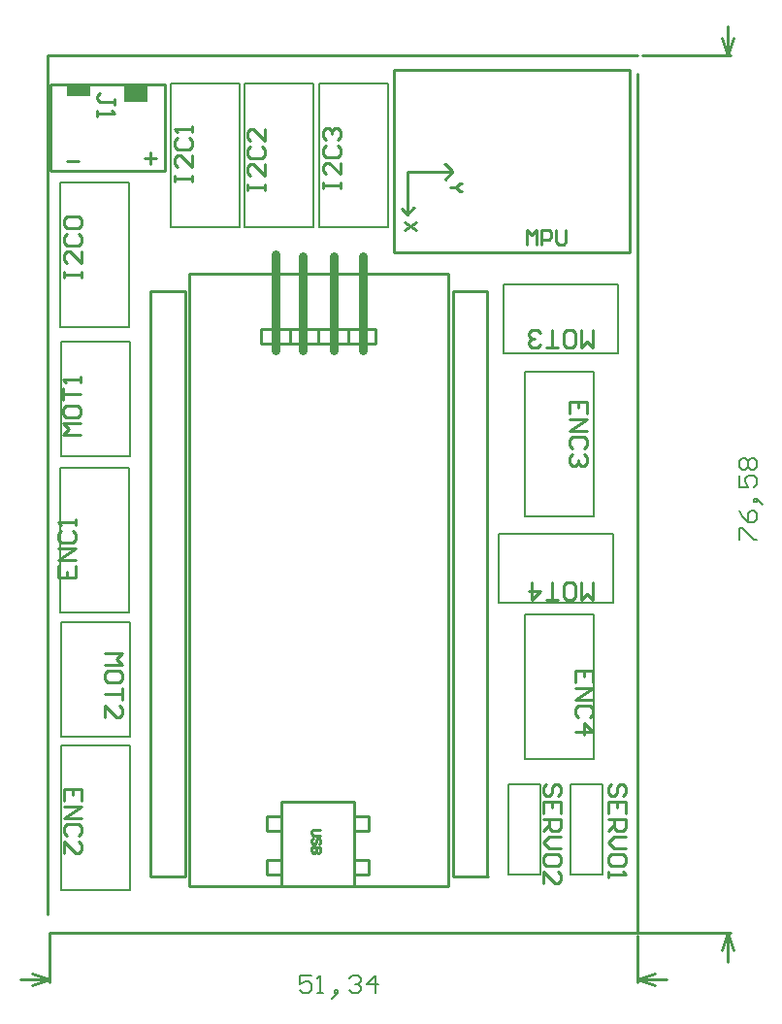
<source format=gto>
G04*
G04 #@! TF.GenerationSoftware,Altium Limited,Altium Designer,19.0.15 (446)*
G04*
G04 Layer_Color=65535*
%FSLAX44Y44*%
%MOMM*%
G71*
G01*
G75*
%ADD10C,0.2000*%
%ADD11C,0.2540*%
%ADD12C,0.7620*%
%ADD13R,2.0000X1.5000*%
%ADD14R,2.0000X1.0000*%
%ADD15C,0.1524*%
D10*
X1189990Y501650D02*
Y580390D01*
X1217930D01*
Y501650D02*
Y580390D01*
X1189990Y501650D02*
X1217930D01*
X1244600D02*
Y580390D01*
X1272540D01*
Y501650D02*
Y580390D01*
X1244600Y501650D02*
X1272540D01*
X895410Y1066190D02*
X955410D01*
X895410D02*
Y1192190D01*
X955410Y1066190D02*
Y1192190D01*
X895410D02*
X955410D01*
X1024950Y1066190D02*
X1084950D01*
X1024950D02*
Y1192190D01*
X1084950Y1066190D02*
Y1192190D01*
X1024950D02*
X1084950D01*
X798890Y979670D02*
X858890D01*
X798890D02*
Y1105670D01*
X858890Y979670D02*
Y1105670D01*
X798890D02*
X858890D01*
X960180Y1066190D02*
X1020180D01*
X960180D02*
Y1192190D01*
X1020180Y1066190D02*
Y1192190D01*
X960180D02*
X1020180D01*
X1285710Y956370D02*
Y1016370D01*
X1185710D02*
X1285710D01*
X1185710Y956370D02*
Y1016370D01*
Y956370D02*
X1285710D01*
X799730Y721830D02*
X859730D01*
X799730Y621830D02*
Y721830D01*
Y621830D02*
X859730D01*
Y721830D01*
X1204860Y940570D02*
X1264860D01*
Y814570D02*
Y940570D01*
X1204860Y814570D02*
Y940570D01*
Y814570D02*
X1264860D01*
X1281900Y739200D02*
Y799200D01*
X1181900D02*
X1281900D01*
X1181900Y739200D02*
Y799200D01*
Y739200D02*
X1281900D01*
X1204860Y728480D02*
X1264860D01*
Y602480D02*
Y728480D01*
X1204860Y602480D02*
Y728480D01*
Y602480D02*
X1264860D01*
X798890Y730750D02*
X858890D01*
X798890D02*
Y856750D01*
X858890Y730750D02*
Y856750D01*
X798890D02*
X858890D01*
X800160Y488180D02*
X860160D01*
X800160D02*
Y614180D01*
X860160Y488180D02*
Y614180D01*
X800160D02*
X860160D01*
X800160Y866940D02*
X860160D01*
Y966940D01*
X800160D02*
X860160D01*
X800160Y866940D02*
Y966940D01*
D11*
X1171970Y500620D02*
Y1010950D01*
X877810D02*
X907810D01*
X908050Y500380D02*
Y1010980D01*
X877570Y500320D02*
Y1010920D01*
X877630Y500380D02*
X908050D01*
X1141790D02*
X1172210D01*
X1141730Y500320D02*
Y1010920D01*
X1141970Y1010950D02*
X1171970D01*
X790340Y1190700D02*
X890340D01*
X790340Y1115700D02*
X890340D01*
Y1190700D01*
X790340Y1115700D02*
Y1190700D01*
X1296260Y1044560D02*
Y1203710D01*
X1104900Y1115060D02*
X1139190D01*
X1102360D02*
X1104900D01*
X1102360Y1079500D02*
Y1115060D01*
X1134760Y1121560D02*
X1135510D01*
X1141260Y1115810D01*
Y1114560D02*
Y1115810D01*
X1135010Y1108310D02*
X1141260Y1114560D01*
X1107760Y1083310D02*
X1108510D01*
X1102010Y1077560D02*
X1107760Y1083310D01*
X1102010Y1077560D02*
Y1077810D01*
X1097510Y1082310D02*
X1102010Y1077810D01*
X1090860Y1203960D02*
X1296010D01*
X1090860Y1044660D02*
Y1203960D01*
X1090760Y1044560D02*
X1090860Y1044660D01*
X1090760Y1044560D02*
X1296260D01*
X1050290Y965200D02*
Y977900D01*
X1024255Y965200D02*
Y977900D01*
X999490Y966470D02*
X1000760Y965200D01*
X999490Y966470D02*
Y977900D01*
X974090Y965200D02*
Y977900D01*
X1074420D01*
Y965200D02*
Y977900D01*
X974090Y965200D02*
X1074420D01*
X990600Y552450D02*
X991870Y553720D01*
X979170Y552450D02*
X990600D01*
X979170Y539750D02*
Y552450D01*
Y539750D02*
X991870D01*
X979170Y514350D02*
X990600D01*
X979170Y501650D02*
Y514350D01*
Y501650D02*
X991870D01*
X1055370Y552450D02*
X1068070D01*
Y539750D02*
Y552450D01*
X1055370Y539750D02*
X1068070D01*
X1055370Y514350D02*
X1068070D01*
Y501650D02*
Y514350D01*
X1055370Y501650D02*
X1068070D01*
X1055370Y491490D02*
Y565150D01*
X991870D02*
X1055370D01*
X991870Y491490D02*
Y565150D01*
X1137920Y491490D02*
Y1026160D01*
X911860D02*
X1137920D01*
X911860Y491490D02*
Y1026160D01*
Y491490D02*
X1137920D01*
X1233166Y570233D02*
X1235705Y572772D01*
Y577851D01*
X1233166Y580390D01*
X1230627D01*
X1228087Y577851D01*
Y572772D01*
X1225548Y570233D01*
X1223009D01*
X1220470Y572772D01*
Y577851D01*
X1223009Y580390D01*
X1235705Y554998D02*
Y565155D01*
X1220470D01*
Y554998D01*
X1228087Y565155D02*
Y560077D01*
X1220470Y549920D02*
X1235705D01*
Y542302D01*
X1233166Y539763D01*
X1228087D01*
X1225548Y542302D01*
Y549920D01*
Y544841D02*
X1220470Y539763D01*
X1235705Y534685D02*
X1225548D01*
X1220470Y529606D01*
X1225548Y524528D01*
X1235705D01*
Y511832D02*
Y516911D01*
X1233166Y519450D01*
X1223009D01*
X1220470Y516911D01*
Y511832D01*
X1223009Y509293D01*
X1233166D01*
X1235705Y511832D01*
X1220470Y494058D02*
Y504215D01*
X1230627Y494058D01*
X1233166D01*
X1235705Y496597D01*
Y501675D01*
X1233166Y504215D01*
X1290316Y570233D02*
X1292855Y572772D01*
Y577851D01*
X1290316Y580390D01*
X1287777D01*
X1285237Y577851D01*
Y572772D01*
X1282698Y570233D01*
X1280159D01*
X1277620Y572772D01*
Y577851D01*
X1280159Y580390D01*
X1292855Y554998D02*
Y565155D01*
X1277620D01*
Y554998D01*
X1285237Y565155D02*
Y560077D01*
X1277620Y549920D02*
X1292855D01*
Y542302D01*
X1290316Y539763D01*
X1285237D01*
X1282698Y542302D01*
Y549920D01*
Y544841D02*
X1277620Y539763D01*
X1292855Y534685D02*
X1282698D01*
X1277620Y529606D01*
X1282698Y524528D01*
X1292855D01*
Y511832D02*
Y516911D01*
X1290316Y519450D01*
X1280159D01*
X1277620Y516911D01*
Y511832D01*
X1280159Y509293D01*
X1290316D01*
X1292855Y511832D01*
X1277620Y504215D02*
Y499136D01*
Y501675D01*
X1292855D01*
X1290316Y504215D01*
X899165Y1106330D02*
Y1111408D01*
Y1108869D01*
X914400D01*
Y1106330D01*
Y1111408D01*
Y1129183D02*
Y1119026D01*
X904243Y1129183D01*
X901704D01*
X899165Y1126643D01*
Y1121565D01*
X901704Y1119026D01*
Y1144418D02*
X899165Y1141879D01*
Y1136800D01*
X901704Y1134261D01*
X911861D01*
X914400Y1136800D01*
Y1141879D01*
X911861Y1144418D01*
X914400Y1149496D02*
Y1154574D01*
Y1152035D01*
X899165D01*
X901704Y1149496D01*
X883120Y1126492D02*
X872963D01*
X878042Y1121414D02*
Y1131571D01*
X815340Y1123952D02*
X805183D01*
X1206500Y1051560D02*
Y1064256D01*
X1210732Y1060024D01*
X1214964Y1064256D01*
Y1051560D01*
X1219196D02*
Y1064256D01*
X1225544D01*
X1227660Y1062140D01*
Y1057908D01*
X1225544Y1055792D01*
X1219196D01*
X1231892Y1064256D02*
Y1053676D01*
X1234008Y1051560D01*
X1238240D01*
X1240356Y1053676D01*
Y1064256D01*
X1149347Y1104900D02*
X1147654D01*
X1144268Y1101514D01*
X1147654Y1098129D01*
X1149347D01*
X1144268Y1101514D02*
X1139190D01*
X1109977Y1070610D02*
X1099820Y1063839D01*
X1109977D02*
X1099820Y1070610D01*
X1026158Y541020D02*
X1019810D01*
X1018540Y539750D01*
Y537211D01*
X1019810Y535942D01*
X1026158D01*
X1024888Y528324D02*
X1026158Y529594D01*
Y532133D01*
X1024888Y533402D01*
X1023618D01*
X1022349Y532133D01*
Y529594D01*
X1021079Y528324D01*
X1019810D01*
X1018540Y529594D01*
Y532133D01*
X1019810Y533402D01*
X1026158Y525785D02*
X1018540D01*
Y521976D01*
X1019810Y520707D01*
X1021079D01*
X1022349Y521976D01*
Y525785D01*
Y521976D01*
X1023618Y520707D01*
X1024888D01*
X1026158Y521976D01*
Y525785D01*
X1263650Y756920D02*
Y741685D01*
X1258572Y746763D01*
X1253493Y741685D01*
Y756920D01*
X1240797Y741685D02*
X1245876D01*
X1248415Y744224D01*
Y754381D01*
X1245876Y756920D01*
X1240797D01*
X1238258Y754381D01*
Y744224D01*
X1240797Y741685D01*
X1233180D02*
X1223023D01*
X1228102D01*
Y756920D01*
X1210327D02*
Y741685D01*
X1217945Y749303D01*
X1207788D01*
X1263650Y976630D02*
Y961395D01*
X1258572Y966473D01*
X1253493Y961395D01*
Y976630D01*
X1240797Y961395D02*
X1245876D01*
X1248415Y963934D01*
Y974091D01*
X1245876Y976630D01*
X1240797D01*
X1238258Y974091D01*
Y963934D01*
X1240797Y961395D01*
X1233180D02*
X1223023D01*
X1228102D01*
Y976630D01*
X1217945Y963934D02*
X1215406Y961395D01*
X1210327D01*
X1207788Y963934D01*
Y966473D01*
X1210327Y969013D01*
X1212866D01*
X1210327D01*
X1207788Y971552D01*
Y974091D01*
X1210327Y976630D01*
X1215406D01*
X1217945Y974091D01*
X838200Y694690D02*
X853435D01*
X848357Y689612D01*
X853435Y684533D01*
X838200D01*
X853435Y671837D02*
Y676916D01*
X850896Y679455D01*
X840739D01*
X838200Y676916D01*
Y671837D01*
X840739Y669298D01*
X850896D01*
X853435Y671837D01*
Y664220D02*
Y654063D01*
Y659141D01*
X838200D01*
Y638828D02*
Y648985D01*
X848357Y638828D01*
X850896D01*
X853435Y641367D01*
Y646446D01*
X850896Y648985D01*
X1028705Y1099980D02*
Y1105058D01*
Y1102519D01*
X1043940D01*
Y1099980D01*
Y1105058D01*
Y1122833D02*
Y1112676D01*
X1033783Y1122833D01*
X1031244D01*
X1028705Y1120293D01*
Y1115215D01*
X1031244Y1112676D01*
Y1138068D02*
X1028705Y1135528D01*
Y1130450D01*
X1031244Y1127911D01*
X1041401D01*
X1043940Y1130450D01*
Y1135528D01*
X1041401Y1138068D01*
X1031244Y1143146D02*
X1028705Y1145685D01*
Y1150764D01*
X1031244Y1153303D01*
X1033783D01*
X1036322Y1150764D01*
Y1148224D01*
Y1150764D01*
X1038862Y1153303D01*
X1041401D01*
X1043940Y1150764D01*
Y1145685D01*
X1041401Y1143146D01*
X962665Y1098710D02*
Y1103788D01*
Y1101249D01*
X977900D01*
Y1098710D01*
Y1103788D01*
Y1121563D02*
Y1111406D01*
X967743Y1121563D01*
X965204D01*
X962665Y1119023D01*
Y1113945D01*
X965204Y1111406D01*
Y1136798D02*
X962665Y1134258D01*
Y1129180D01*
X965204Y1126641D01*
X975361D01*
X977900Y1129180D01*
Y1134258D01*
X975361Y1136798D01*
X977900Y1152033D02*
Y1141876D01*
X967743Y1152033D01*
X965204D01*
X962665Y1149494D01*
Y1144415D01*
X965204Y1141876D01*
X802645Y1022350D02*
Y1027428D01*
Y1024889D01*
X817880D01*
Y1022350D01*
Y1027428D01*
Y1045203D02*
Y1035046D01*
X807723Y1045203D01*
X805184D01*
X802645Y1042663D01*
Y1037585D01*
X805184Y1035046D01*
Y1060438D02*
X802645Y1057898D01*
Y1052820D01*
X805184Y1050281D01*
X815341D01*
X817880Y1052820D01*
Y1057898D01*
X815341Y1060438D01*
X805184Y1065516D02*
X802645Y1068055D01*
Y1073134D01*
X805184Y1075673D01*
X815341D01*
X817880Y1073134D01*
Y1068055D01*
X815341Y1065516D01*
X805184D01*
X1263645Y669293D02*
Y679450D01*
X1248410D01*
Y669293D01*
X1256028Y679450D02*
Y674372D01*
X1248410Y664215D02*
X1263645D01*
X1248410Y654058D01*
X1263645D01*
X1261106Y638823D02*
X1263645Y641362D01*
Y646441D01*
X1261106Y648980D01*
X1250949D01*
X1248410Y646441D01*
Y641362D01*
X1250949Y638823D01*
X1248410Y626127D02*
X1263645D01*
X1256028Y633745D01*
Y623588D01*
X1258565Y904243D02*
Y914400D01*
X1243330D01*
Y904243D01*
X1250947Y914400D02*
Y909322D01*
X1243330Y899165D02*
X1258565D01*
X1243330Y889008D01*
X1258565D01*
X1256026Y873773D02*
X1258565Y876312D01*
Y881391D01*
X1256026Y883930D01*
X1245869D01*
X1243330Y881391D01*
Y876312D01*
X1245869Y873773D01*
X1256026Y868695D02*
X1258565Y866156D01*
Y861077D01*
X1256026Y858538D01*
X1253487D01*
X1250947Y861077D01*
Y863616D01*
Y861077D01*
X1248408Y858538D01*
X1245869D01*
X1243330Y861077D01*
Y866156D01*
X1245869Y868695D01*
X797565Y770887D02*
Y760730D01*
X812800D01*
Y770887D01*
X805182Y760730D02*
Y765808D01*
X812800Y775965D02*
X797565D01*
X812800Y786122D01*
X797565D01*
X800104Y801357D02*
X797565Y798818D01*
Y793739D01*
X800104Y791200D01*
X810261D01*
X812800Y793739D01*
Y798818D01*
X810261Y801357D01*
X812800Y806435D02*
Y811514D01*
Y808974D01*
X797565D01*
X800104Y806435D01*
X846285Y1173483D02*
Y1178562D01*
Y1176022D01*
X833589D01*
X831050Y1178562D01*
Y1181101D01*
X833589Y1183640D01*
X831050Y1168405D02*
Y1163327D01*
Y1165866D01*
X846285D01*
X843746Y1168405D01*
X817875Y566423D02*
Y576580D01*
X802640D01*
Y566423D01*
X810257Y576580D02*
Y571502D01*
X802640Y561345D02*
X817875D01*
X802640Y551188D01*
X817875D01*
X815336Y535953D02*
X817875Y538492D01*
Y543571D01*
X815336Y546110D01*
X805179D01*
X802640Y543571D01*
Y538492D01*
X805179Y535953D01*
X802640Y520718D02*
Y530875D01*
X812797Y520718D01*
X815336D01*
X817875Y523257D01*
Y528336D01*
X815336Y530875D01*
X816610Y885190D02*
X801375D01*
X806453Y890268D01*
X801375Y895347D01*
X816610D01*
X801375Y908043D02*
Y902964D01*
X803914Y900425D01*
X814071D01*
X816610Y902964D01*
Y908043D01*
X814071Y910582D01*
X803914D01*
X801375Y908043D01*
Y915660D02*
Y925817D01*
Y920739D01*
X816610D01*
Y930895D02*
Y935974D01*
Y933434D01*
X801375D01*
X803914Y930895D01*
X789620Y450850D02*
X1303020D01*
Y1200150D01*
X788350Y467360D02*
Y1216660D01*
X1303020D01*
Y410210D02*
X1318260Y415290D01*
X1303020Y410210D02*
X1318260Y405130D01*
X774380D02*
X789620Y410210D01*
X774380Y415290D02*
X789620Y410210D01*
X1303020D02*
X1328420D01*
X764220D02*
X789620D01*
Y407670D02*
Y450850D01*
X1303020Y407670D02*
Y448310D01*
X1381760Y450850D02*
X1386840Y435610D01*
X1376680D02*
X1381760Y450850D01*
X1376680Y1231900D02*
X1381760Y1216660D01*
X1386840Y1231900D01*
X1381760Y425450D02*
Y450850D01*
Y1216660D02*
Y1242060D01*
X1306830Y1216660D02*
X1384300D01*
X1303020Y450850D02*
X1384300D01*
D12*
X986790Y958850D02*
Y1042670D01*
X1010920Y958850D02*
Y1041400D01*
X1062990Y958850D02*
Y1041400D01*
X1037590Y958850D02*
Y1041400D01*
D13*
X865340Y1183200D02*
D03*
D14*
X815340Y1185700D02*
D03*
D15*
X1018134Y413764D02*
X1007977D01*
Y406147D01*
X1013055Y408686D01*
X1015595D01*
X1018134Y406147D01*
Y401068D01*
X1015595Y398529D01*
X1010516D01*
X1007977Y401068D01*
X1023212Y398529D02*
X1028290D01*
X1025751D01*
Y413764D01*
X1023212Y411225D01*
X1038447Y395990D02*
X1040986Y398529D01*
Y401068D01*
X1038447D01*
Y398529D01*
X1040986D01*
X1038447Y395990D01*
X1035908Y393451D01*
X1051143Y411225D02*
X1053682Y413764D01*
X1058761D01*
X1061300Y411225D01*
Y408686D01*
X1058761Y406147D01*
X1056221D01*
X1058761D01*
X1061300Y403608D01*
Y401068D01*
X1058761Y398529D01*
X1053682D01*
X1051143Y401068D01*
X1073996Y398529D02*
Y413764D01*
X1066378Y406147D01*
X1076535D01*
X1391925Y793750D02*
Y803907D01*
X1394464D01*
X1404621Y793750D01*
X1407160D01*
X1391925Y819142D02*
X1394464Y814063D01*
X1399543Y808985D01*
X1404621D01*
X1407160Y811524D01*
Y816603D01*
X1404621Y819142D01*
X1402082D01*
X1399543Y816603D01*
Y808985D01*
X1409699Y826759D02*
X1407160Y829298D01*
X1404621D01*
Y826759D01*
X1407160D01*
Y829298D01*
X1409699Y826759D01*
X1412238Y824220D01*
X1391925Y849612D02*
Y839455D01*
X1399543D01*
X1397003Y844534D01*
Y847073D01*
X1399543Y849612D01*
X1404621D01*
X1407160Y847073D01*
Y841994D01*
X1404621Y839455D01*
X1394464Y854690D02*
X1391925Y857230D01*
Y862308D01*
X1394464Y864847D01*
X1397003D01*
X1399543Y862308D01*
X1402082Y864847D01*
X1404621D01*
X1407160Y862308D01*
Y857230D01*
X1404621Y854690D01*
X1402082D01*
X1399543Y857230D01*
X1397003Y854690D01*
X1394464D01*
X1399543Y857230D02*
Y862308D01*
M02*

</source>
